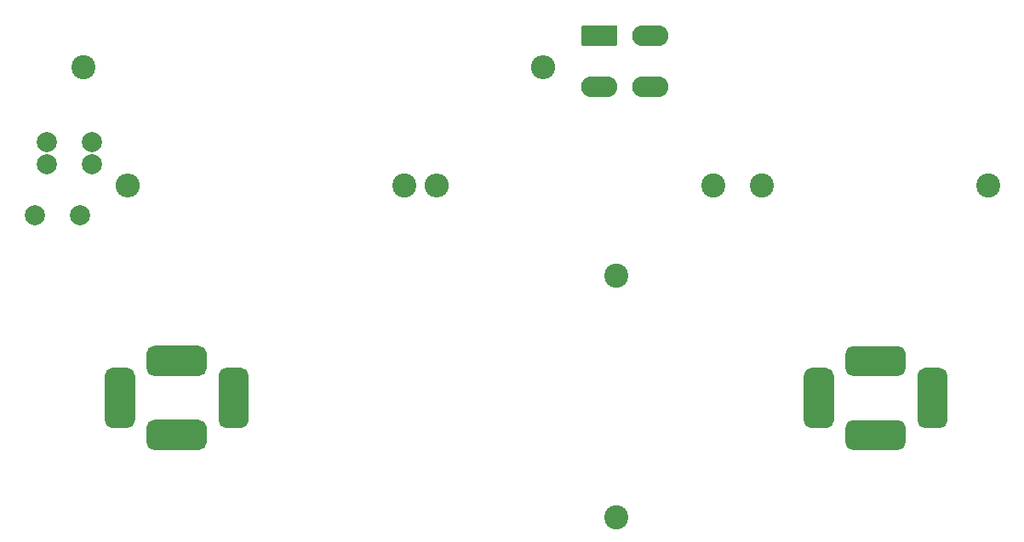
<source format=gbs>
G04 #@! TF.GenerationSoftware,KiCad,Pcbnew,(5.1.9)-1*
G04 #@! TF.CreationDate,2021-05-25T00:15:51+02:00*
G04 #@! TF.ProjectId,HF,48462e6b-6963-4616-945f-706362585858,rev?*
G04 #@! TF.SameCoordinates,Original*
G04 #@! TF.FileFunction,Soldermask,Bot*
G04 #@! TF.FilePolarity,Negative*
%FSLAX46Y46*%
G04 Gerber Fmt 4.6, Leading zero omitted, Abs format (unit mm)*
G04 Created by KiCad (PCBNEW (5.1.9)-1) date 2021-05-25 00:15:51*
%MOMM*%
%LPD*%
G01*
G04 APERTURE LIST*
%ADD10C,2.400000*%
%ADD11O,3.600000X2.100000*%
%ADD12O,2.400000X2.400000*%
%ADD13C,2.010000*%
G04 APERTURE END LIST*
D10*
X81500000Y-70600000D03*
X81500000Y-46600000D03*
G36*
G01*
X78249900Y-21650000D02*
X81350100Y-21650000D01*
G75*
G02*
X81600000Y-21899900I0J-249900D01*
G01*
X81600000Y-23500100D01*
G75*
G02*
X81350100Y-23750000I-249900J0D01*
G01*
X78249900Y-23750000D01*
G75*
G02*
X78000000Y-23500100I0J249900D01*
G01*
X78000000Y-21899900D01*
G75*
G02*
X78249900Y-21650000I249900J0D01*
G01*
G37*
D11*
X84880000Y-27780000D03*
X84880000Y-22700000D03*
X79800000Y-27780000D03*
D10*
X28500000Y-25800000D03*
D12*
X74220000Y-25800000D03*
D13*
X23620000Y-40560000D03*
X24820000Y-35460000D03*
X24820000Y-33260000D03*
X28170000Y-40560000D03*
X29370000Y-35460000D03*
X29370000Y-33260000D03*
D12*
X63600000Y-37600000D03*
D10*
X91100000Y-37600000D03*
D12*
X32900000Y-37600000D03*
D10*
X60400000Y-37600000D03*
X95970000Y-37590000D03*
X118470000Y-37590000D03*
G36*
G01*
X33611200Y-56500000D02*
X33611200Y-61000000D01*
G75*
G02*
X32861200Y-61750000I-750000J0D01*
G01*
X31361200Y-61750000D01*
G75*
G02*
X30611200Y-61000000I0J750000D01*
G01*
X30611200Y-56500000D01*
G75*
G02*
X31361200Y-55750000I750000J0D01*
G01*
X32861200Y-55750000D01*
G75*
G02*
X33611200Y-56500000I0J-750000D01*
G01*
G37*
G36*
G01*
X40000000Y-56567000D02*
X35500000Y-56567000D01*
G75*
G02*
X34750000Y-55817000I0J750000D01*
G01*
X34750000Y-54317000D01*
G75*
G02*
X35500000Y-53567000I750000J0D01*
G01*
X40000000Y-53567000D01*
G75*
G02*
X40750000Y-54317000I0J-750000D01*
G01*
X40750000Y-55817000D01*
G75*
G02*
X40000000Y-56567000I-750000J0D01*
G01*
G37*
G36*
G01*
X44914200Y-56500000D02*
X44914200Y-61000000D01*
G75*
G02*
X44164200Y-61750000I-750000J0D01*
G01*
X42664200Y-61750000D01*
G75*
G02*
X41914200Y-61000000I0J750000D01*
G01*
X41914200Y-56500000D01*
G75*
G02*
X42664200Y-55750000I750000J0D01*
G01*
X44164200Y-55750000D01*
G75*
G02*
X44914200Y-56500000I0J-750000D01*
G01*
G37*
G36*
G01*
X35500000Y-60933000D02*
X40000000Y-60933000D01*
G75*
G02*
X40750000Y-61683000I0J-750000D01*
G01*
X40750000Y-63183000D01*
G75*
G02*
X40000000Y-63933000I-750000J0D01*
G01*
X35500000Y-63933000D01*
G75*
G02*
X34750000Y-63183000I0J750000D01*
G01*
X34750000Y-61683000D01*
G75*
G02*
X35500000Y-60933000I750000J0D01*
G01*
G37*
G36*
G01*
X105020000Y-60946000D02*
X109520000Y-60946000D01*
G75*
G02*
X110270000Y-61696000I0J-750000D01*
G01*
X110270000Y-63196000D01*
G75*
G02*
X109520000Y-63946000I-750000J0D01*
G01*
X105020000Y-63946000D01*
G75*
G02*
X104270000Y-63196000I0J750000D01*
G01*
X104270000Y-61696000D01*
G75*
G02*
X105020000Y-60946000I750000J0D01*
G01*
G37*
G36*
G01*
X114434200Y-56513000D02*
X114434200Y-61013000D01*
G75*
G02*
X113684200Y-61763000I-750000J0D01*
G01*
X112184200Y-61763000D01*
G75*
G02*
X111434200Y-61013000I0J750000D01*
G01*
X111434200Y-56513000D01*
G75*
G02*
X112184200Y-55763000I750000J0D01*
G01*
X113684200Y-55763000D01*
G75*
G02*
X114434200Y-56513000I0J-750000D01*
G01*
G37*
G36*
G01*
X109520000Y-56580000D02*
X105020000Y-56580000D01*
G75*
G02*
X104270000Y-55830000I0J750000D01*
G01*
X104270000Y-54330000D01*
G75*
G02*
X105020000Y-53580000I750000J0D01*
G01*
X109520000Y-53580000D01*
G75*
G02*
X110270000Y-54330000I0J-750000D01*
G01*
X110270000Y-55830000D01*
G75*
G02*
X109520000Y-56580000I-750000J0D01*
G01*
G37*
G36*
G01*
X103131200Y-56513000D02*
X103131200Y-61013000D01*
G75*
G02*
X102381200Y-61763000I-750000J0D01*
G01*
X100881200Y-61763000D01*
G75*
G02*
X100131200Y-61013000I0J750000D01*
G01*
X100131200Y-56513000D01*
G75*
G02*
X100881200Y-55763000I750000J0D01*
G01*
X102381200Y-55763000D01*
G75*
G02*
X103131200Y-56513000I0J-750000D01*
G01*
G37*
M02*

</source>
